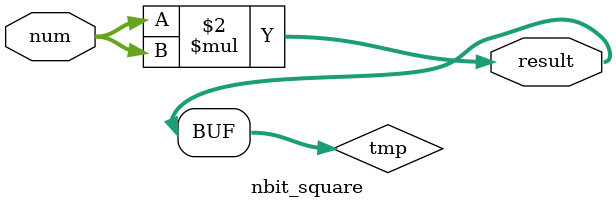
<source format=v>
`timescale 1ns / 1ps

module nbit_square(num, result);
    parameter n=4;
    input [n-1:0] num;
    output reg [2*n-1:0] result;
    reg [2*n-1:0] tmp;
    
    always @(*) begin
        tmp = num * num;
        result = tmp;
    end
endmodule

</source>
